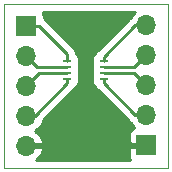
<source format=gbr>
G04 #@! TF.GenerationSoftware,KiCad,Pcbnew,(5.1.5-0-10_14)*
G04 #@! TF.CreationDate,2020-04-28T22:37:27-06:00*
G04 #@! TF.ProjectId,SSOP4-Breakout,53534f50-342d-4427-9265-616b6f75742e,rev?*
G04 #@! TF.SameCoordinates,Original*
G04 #@! TF.FileFunction,Copper,L1,Top*
G04 #@! TF.FilePolarity,Positive*
%FSLAX46Y46*%
G04 Gerber Fmt 4.6, Leading zero omitted, Abs format (unit mm)*
G04 Created by KiCad (PCBNEW (5.1.5-0-10_14)) date 2020-04-28 22:37:27*
%MOMM*%
%LPD*%
G04 APERTURE LIST*
%ADD10C,0.050000*%
%ADD11R,0.750000X0.250000*%
%ADD12O,1.700000X1.700000*%
%ADD13R,1.700000X1.700000*%
%ADD14C,0.250000*%
%ADD15C,0.254000*%
G04 APERTURE END LIST*
D10*
X24892000Y-25908000D02*
X25908000Y-25908000D01*
X25908000Y-12065000D02*
X24892000Y-12065000D01*
X24892000Y-12065000D02*
X12065000Y-12065000D01*
X25908000Y-25908000D02*
X25908000Y-12065000D01*
X12065000Y-25908000D02*
X24892000Y-25908000D01*
X12065000Y-12065000D02*
X12065000Y-25908000D01*
D11*
X20473000Y-16903000D03*
X20473000Y-17403000D03*
X20473000Y-17903000D03*
X20473000Y-18403000D03*
X17373000Y-18403000D03*
X17373000Y-17903000D03*
X17373000Y-17403000D03*
X17373000Y-16903000D03*
D12*
X24079200Y-13843000D03*
X24079200Y-16383000D03*
X24079200Y-18923000D03*
X24079200Y-21463000D03*
D13*
X24079200Y-24003000D03*
D12*
X13890001Y-24050001D03*
X13890001Y-21510001D03*
X13890001Y-18970001D03*
X13890001Y-16430001D03*
D13*
X13890001Y-13890001D03*
D14*
X14640999Y-21510001D02*
X13890001Y-21510001D01*
X17373000Y-18778000D02*
X14640999Y-21510001D01*
X17373000Y-18403000D02*
X17373000Y-18778000D01*
X14195002Y-18665000D02*
X13890001Y-18970001D01*
X14957002Y-17903000D02*
X17373000Y-17903000D01*
X13890001Y-18970001D02*
X14957002Y-17903000D01*
X14863000Y-17403000D02*
X13890001Y-16430001D01*
X17373000Y-17403000D02*
X14863000Y-17403000D01*
X17373000Y-16273000D02*
X17373000Y-16528000D01*
X14990001Y-13890001D02*
X17373000Y-16273000D01*
X17373000Y-16528000D02*
X17373000Y-16903000D01*
X13890001Y-13890001D02*
X14990001Y-13890001D01*
X23158000Y-13843000D02*
X24079200Y-13843000D01*
X20473000Y-16528000D02*
X23158000Y-13843000D01*
X20473000Y-16903000D02*
X20473000Y-16528000D01*
X23059200Y-17403000D02*
X24079200Y-16383000D01*
X20473000Y-17403000D02*
X23059200Y-17403000D01*
X23059200Y-17903000D02*
X24079200Y-18923000D01*
X20473000Y-17903000D02*
X23059200Y-17903000D01*
X23158000Y-21463000D02*
X24079200Y-21463000D01*
X20473000Y-18778000D02*
X23158000Y-21463000D01*
X20473000Y-18403000D02*
X20473000Y-18778000D01*
D15*
G36*
X22925725Y-12896368D02*
G01*
X22763210Y-13139589D01*
X22735186Y-13207244D01*
X22733724Y-13208026D01*
X22733722Y-13208027D01*
X22733723Y-13208027D01*
X22646996Y-13279201D01*
X22646992Y-13279205D01*
X22617999Y-13302999D01*
X22594205Y-13331992D01*
X19962001Y-15964198D01*
X19932999Y-15987999D01*
X19838026Y-16103724D01*
X19768270Y-16234226D01*
X19743506Y-16247463D01*
X19646815Y-16326815D01*
X19567463Y-16423506D01*
X19508498Y-16533820D01*
X19472188Y-16653518D01*
X19459928Y-16778000D01*
X19459928Y-17028000D01*
X19472188Y-17152482D01*
X19472345Y-17153000D01*
X19472188Y-17153518D01*
X19459928Y-17278000D01*
X19459928Y-17528000D01*
X19472188Y-17652482D01*
X19472345Y-17653000D01*
X19472188Y-17653518D01*
X19459928Y-17778000D01*
X19459928Y-18028000D01*
X19472188Y-18152482D01*
X19472345Y-18153000D01*
X19472188Y-18153518D01*
X19459928Y-18278000D01*
X19459928Y-18528000D01*
X19472188Y-18652482D01*
X19508498Y-18772180D01*
X19567463Y-18882494D01*
X19646815Y-18979185D01*
X19743506Y-19058537D01*
X19768270Y-19071774D01*
X19838026Y-19202276D01*
X19932999Y-19318001D01*
X19962001Y-19341802D01*
X22594205Y-21974008D01*
X22617999Y-22003001D01*
X22646992Y-22026795D01*
X22646996Y-22026799D01*
X22704268Y-22073800D01*
X22733724Y-22097974D01*
X22735186Y-22098756D01*
X22763210Y-22166411D01*
X22925725Y-22409632D01*
X23057580Y-22541487D01*
X22985020Y-22563498D01*
X22874706Y-22622463D01*
X22778015Y-22701815D01*
X22698663Y-22798506D01*
X22639698Y-22908820D01*
X22603388Y-23028518D01*
X22591128Y-23153000D01*
X22594200Y-23717250D01*
X22752950Y-23876000D01*
X23952200Y-23876000D01*
X23952200Y-23856000D01*
X24206200Y-23856000D01*
X24206200Y-23876000D01*
X24226200Y-23876000D01*
X24226200Y-24130000D01*
X24206200Y-24130000D01*
X24206200Y-24150000D01*
X23952200Y-24150000D01*
X23952200Y-24130000D01*
X22752950Y-24130000D01*
X22594200Y-24288750D01*
X22591128Y-24853000D01*
X22603388Y-24977482D01*
X22639698Y-25097180D01*
X22698663Y-25207494D01*
X22731905Y-25248000D01*
X14766620Y-25248000D01*
X14771356Y-25245179D01*
X14987589Y-25050270D01*
X15161642Y-24816921D01*
X15286826Y-24554100D01*
X15331477Y-24406891D01*
X15210156Y-24177001D01*
X14017001Y-24177001D01*
X14017001Y-24197001D01*
X13763001Y-24197001D01*
X13763001Y-24177001D01*
X13743001Y-24177001D01*
X13743001Y-23923001D01*
X13763001Y-23923001D01*
X13763001Y-23903001D01*
X14017001Y-23903001D01*
X14017001Y-23923001D01*
X15210156Y-23923001D01*
X15331477Y-23693111D01*
X15286826Y-23545902D01*
X15161642Y-23283081D01*
X14987589Y-23049732D01*
X14771356Y-22854823D01*
X14654467Y-22785196D01*
X14836633Y-22663476D01*
X15043476Y-22456633D01*
X15205991Y-22213412D01*
X15317933Y-21943159D01*
X15326696Y-21899105D01*
X17884003Y-19341799D01*
X17913001Y-19318001D01*
X18007974Y-19202276D01*
X18077730Y-19071774D01*
X18102494Y-19058537D01*
X18199185Y-18979185D01*
X18278537Y-18882494D01*
X18337502Y-18772180D01*
X18373812Y-18652482D01*
X18386072Y-18528000D01*
X18386072Y-18278000D01*
X18373812Y-18153518D01*
X18373655Y-18153000D01*
X18373812Y-18152482D01*
X18386072Y-18028000D01*
X18386072Y-17778000D01*
X18373812Y-17653518D01*
X18373655Y-17653000D01*
X18373812Y-17652482D01*
X18386072Y-17528000D01*
X18386072Y-17278000D01*
X18373812Y-17153518D01*
X18373655Y-17153000D01*
X18373812Y-17152482D01*
X18386072Y-17028000D01*
X18386072Y-16778000D01*
X18373812Y-16653518D01*
X18337502Y-16533820D01*
X18278537Y-16423506D01*
X18199185Y-16326815D01*
X18136448Y-16275328D01*
X18136677Y-16273000D01*
X18122003Y-16124014D01*
X18078546Y-15980753D01*
X18007974Y-15848724D01*
X17936799Y-15761997D01*
X17913001Y-15732999D01*
X17884004Y-15709202D01*
X15553805Y-13379004D01*
X15530002Y-13350000D01*
X15414277Y-13255027D01*
X15378073Y-13235675D01*
X15378073Y-13040001D01*
X15365813Y-12915519D01*
X15329503Y-12795821D01*
X15291648Y-12725000D01*
X23097093Y-12725000D01*
X22925725Y-12896368D01*
G37*
X22925725Y-12896368D02*
X22763210Y-13139589D01*
X22735186Y-13207244D01*
X22733724Y-13208026D01*
X22733722Y-13208027D01*
X22733723Y-13208027D01*
X22646996Y-13279201D01*
X22646992Y-13279205D01*
X22617999Y-13302999D01*
X22594205Y-13331992D01*
X19962001Y-15964198D01*
X19932999Y-15987999D01*
X19838026Y-16103724D01*
X19768270Y-16234226D01*
X19743506Y-16247463D01*
X19646815Y-16326815D01*
X19567463Y-16423506D01*
X19508498Y-16533820D01*
X19472188Y-16653518D01*
X19459928Y-16778000D01*
X19459928Y-17028000D01*
X19472188Y-17152482D01*
X19472345Y-17153000D01*
X19472188Y-17153518D01*
X19459928Y-17278000D01*
X19459928Y-17528000D01*
X19472188Y-17652482D01*
X19472345Y-17653000D01*
X19472188Y-17653518D01*
X19459928Y-17778000D01*
X19459928Y-18028000D01*
X19472188Y-18152482D01*
X19472345Y-18153000D01*
X19472188Y-18153518D01*
X19459928Y-18278000D01*
X19459928Y-18528000D01*
X19472188Y-18652482D01*
X19508498Y-18772180D01*
X19567463Y-18882494D01*
X19646815Y-18979185D01*
X19743506Y-19058537D01*
X19768270Y-19071774D01*
X19838026Y-19202276D01*
X19932999Y-19318001D01*
X19962001Y-19341802D01*
X22594205Y-21974008D01*
X22617999Y-22003001D01*
X22646992Y-22026795D01*
X22646996Y-22026799D01*
X22704268Y-22073800D01*
X22733724Y-22097974D01*
X22735186Y-22098756D01*
X22763210Y-22166411D01*
X22925725Y-22409632D01*
X23057580Y-22541487D01*
X22985020Y-22563498D01*
X22874706Y-22622463D01*
X22778015Y-22701815D01*
X22698663Y-22798506D01*
X22639698Y-22908820D01*
X22603388Y-23028518D01*
X22591128Y-23153000D01*
X22594200Y-23717250D01*
X22752950Y-23876000D01*
X23952200Y-23876000D01*
X23952200Y-23856000D01*
X24206200Y-23856000D01*
X24206200Y-23876000D01*
X24226200Y-23876000D01*
X24226200Y-24130000D01*
X24206200Y-24130000D01*
X24206200Y-24150000D01*
X23952200Y-24150000D01*
X23952200Y-24130000D01*
X22752950Y-24130000D01*
X22594200Y-24288750D01*
X22591128Y-24853000D01*
X22603388Y-24977482D01*
X22639698Y-25097180D01*
X22698663Y-25207494D01*
X22731905Y-25248000D01*
X14766620Y-25248000D01*
X14771356Y-25245179D01*
X14987589Y-25050270D01*
X15161642Y-24816921D01*
X15286826Y-24554100D01*
X15331477Y-24406891D01*
X15210156Y-24177001D01*
X14017001Y-24177001D01*
X14017001Y-24197001D01*
X13763001Y-24197001D01*
X13763001Y-24177001D01*
X13743001Y-24177001D01*
X13743001Y-23923001D01*
X13763001Y-23923001D01*
X13763001Y-23903001D01*
X14017001Y-23903001D01*
X14017001Y-23923001D01*
X15210156Y-23923001D01*
X15331477Y-23693111D01*
X15286826Y-23545902D01*
X15161642Y-23283081D01*
X14987589Y-23049732D01*
X14771356Y-22854823D01*
X14654467Y-22785196D01*
X14836633Y-22663476D01*
X15043476Y-22456633D01*
X15205991Y-22213412D01*
X15317933Y-21943159D01*
X15326696Y-21899105D01*
X17884003Y-19341799D01*
X17913001Y-19318001D01*
X18007974Y-19202276D01*
X18077730Y-19071774D01*
X18102494Y-19058537D01*
X18199185Y-18979185D01*
X18278537Y-18882494D01*
X18337502Y-18772180D01*
X18373812Y-18652482D01*
X18386072Y-18528000D01*
X18386072Y-18278000D01*
X18373812Y-18153518D01*
X18373655Y-18153000D01*
X18373812Y-18152482D01*
X18386072Y-18028000D01*
X18386072Y-17778000D01*
X18373812Y-17653518D01*
X18373655Y-17653000D01*
X18373812Y-17652482D01*
X18386072Y-17528000D01*
X18386072Y-17278000D01*
X18373812Y-17153518D01*
X18373655Y-17153000D01*
X18373812Y-17152482D01*
X18386072Y-17028000D01*
X18386072Y-16778000D01*
X18373812Y-16653518D01*
X18337502Y-16533820D01*
X18278537Y-16423506D01*
X18199185Y-16326815D01*
X18136448Y-16275328D01*
X18136677Y-16273000D01*
X18122003Y-16124014D01*
X18078546Y-15980753D01*
X18007974Y-15848724D01*
X17936799Y-15761997D01*
X17913001Y-15732999D01*
X17884004Y-15709202D01*
X15553805Y-13379004D01*
X15530002Y-13350000D01*
X15414277Y-13255027D01*
X15378073Y-13235675D01*
X15378073Y-13040001D01*
X15365813Y-12915519D01*
X15329503Y-12795821D01*
X15291648Y-12725000D01*
X23097093Y-12725000D01*
X22925725Y-12896368D01*
M02*

</source>
